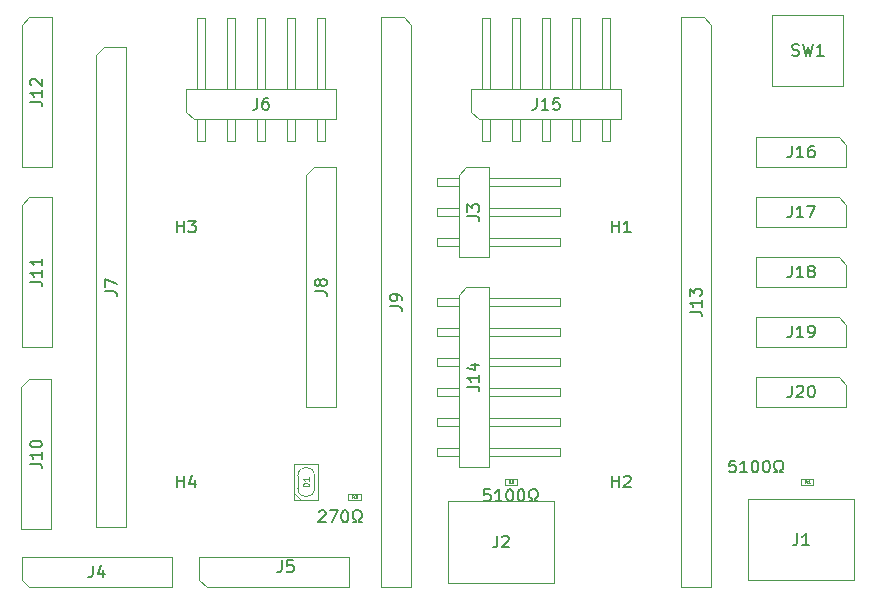
<source format=gbr>
%TF.GenerationSoftware,KiCad,Pcbnew,8.0.3*%
%TF.CreationDate,2024-07-03T13:18:24-05:00*%
%TF.ProjectId,lucidGloves,6c756369-6447-46c6-9f76-65732e6b6963,rev?*%
%TF.SameCoordinates,Original*%
%TF.FileFunction,AssemblyDrawing,Top*%
%FSLAX46Y46*%
G04 Gerber Fmt 4.6, Leading zero omitted, Abs format (unit mm)*
G04 Created by KiCad (PCBNEW 8.0.3) date 2024-07-03 13:18:24*
%MOMM*%
%LPD*%
G01*
G04 APERTURE LIST*
%ADD10C,0.150000*%
%ADD11C,0.040000*%
%ADD12C,0.100000*%
G04 APERTURE END LIST*
D10*
X169994104Y-93936309D02*
X170041723Y-93888690D01*
X170041723Y-93888690D02*
X170136961Y-93841071D01*
X170136961Y-93841071D02*
X170375056Y-93841071D01*
X170375056Y-93841071D02*
X170470294Y-93888690D01*
X170470294Y-93888690D02*
X170517913Y-93936309D01*
X170517913Y-93936309D02*
X170565532Y-94031547D01*
X170565532Y-94031547D02*
X170565532Y-94126785D01*
X170565532Y-94126785D02*
X170517913Y-94269642D01*
X170517913Y-94269642D02*
X169946485Y-94841071D01*
X169946485Y-94841071D02*
X170565532Y-94841071D01*
X170898866Y-93841071D02*
X171565532Y-93841071D01*
X171565532Y-93841071D02*
X171136961Y-94841071D01*
X172136961Y-93841071D02*
X172232199Y-93841071D01*
X172232199Y-93841071D02*
X172327437Y-93888690D01*
X172327437Y-93888690D02*
X172375056Y-93936309D01*
X172375056Y-93936309D02*
X172422675Y-94031547D01*
X172422675Y-94031547D02*
X172470294Y-94222023D01*
X172470294Y-94222023D02*
X172470294Y-94460118D01*
X172470294Y-94460118D02*
X172422675Y-94650594D01*
X172422675Y-94650594D02*
X172375056Y-94745832D01*
X172375056Y-94745832D02*
X172327437Y-94793452D01*
X172327437Y-94793452D02*
X172232199Y-94841071D01*
X172232199Y-94841071D02*
X172136961Y-94841071D01*
X172136961Y-94841071D02*
X172041723Y-94793452D01*
X172041723Y-94793452D02*
X171994104Y-94745832D01*
X171994104Y-94745832D02*
X171946485Y-94650594D01*
X171946485Y-94650594D02*
X171898866Y-94460118D01*
X171898866Y-94460118D02*
X171898866Y-94222023D01*
X171898866Y-94222023D02*
X171946485Y-94031547D01*
X171946485Y-94031547D02*
X171994104Y-93936309D01*
X171994104Y-93936309D02*
X172041723Y-93888690D01*
X172041723Y-93888690D02*
X172136961Y-93841071D01*
X172851247Y-94841071D02*
X173089342Y-94841071D01*
X173089342Y-94841071D02*
X173089342Y-94650594D01*
X173089342Y-94650594D02*
X172994104Y-94602975D01*
X172994104Y-94602975D02*
X172898866Y-94507737D01*
X172898866Y-94507737D02*
X172851247Y-94364880D01*
X172851247Y-94364880D02*
X172851247Y-94126785D01*
X172851247Y-94126785D02*
X172898866Y-93983928D01*
X172898866Y-93983928D02*
X172994104Y-93888690D01*
X172994104Y-93888690D02*
X173136961Y-93841071D01*
X173136961Y-93841071D02*
X173327437Y-93841071D01*
X173327437Y-93841071D02*
X173470294Y-93888690D01*
X173470294Y-93888690D02*
X173565532Y-93983928D01*
X173565532Y-93983928D02*
X173613151Y-94126785D01*
X173613151Y-94126785D02*
X173613151Y-94364880D01*
X173613151Y-94364880D02*
X173565532Y-94507737D01*
X173565532Y-94507737D02*
X173470294Y-94602975D01*
X173470294Y-94602975D02*
X173375056Y-94650594D01*
X173375056Y-94650594D02*
X173375056Y-94841071D01*
X173375056Y-94841071D02*
X173613151Y-94841071D01*
D11*
X172964667Y-92829037D02*
X172878000Y-92705228D01*
X172816095Y-92829037D02*
X172816095Y-92569037D01*
X172816095Y-92569037D02*
X172915143Y-92569037D01*
X172915143Y-92569037D02*
X172939905Y-92581418D01*
X172939905Y-92581418D02*
X172952286Y-92593799D01*
X172952286Y-92593799D02*
X172964667Y-92618561D01*
X172964667Y-92618561D02*
X172964667Y-92655704D01*
X172964667Y-92655704D02*
X172952286Y-92680466D01*
X172952286Y-92680466D02*
X172939905Y-92692847D01*
X172939905Y-92692847D02*
X172915143Y-92705228D01*
X172915143Y-92705228D02*
X172816095Y-92705228D01*
X173051333Y-92569037D02*
X173212286Y-92569037D01*
X173212286Y-92569037D02*
X173125619Y-92668085D01*
X173125619Y-92668085D02*
X173162762Y-92668085D01*
X173162762Y-92668085D02*
X173187524Y-92680466D01*
X173187524Y-92680466D02*
X173199905Y-92692847D01*
X173199905Y-92692847D02*
X173212286Y-92717609D01*
X173212286Y-92717609D02*
X173212286Y-92779514D01*
X173212286Y-92779514D02*
X173199905Y-92804276D01*
X173199905Y-92804276D02*
X173187524Y-92816657D01*
X173187524Y-92816657D02*
X173162762Y-92829037D01*
X173162762Y-92829037D02*
X173088476Y-92829037D01*
X173088476Y-92829037D02*
X173063714Y-92816657D01*
X173063714Y-92816657D02*
X173051333Y-92804276D01*
D10*
X184483095Y-92064819D02*
X184006905Y-92064819D01*
X184006905Y-92064819D02*
X183959286Y-92541009D01*
X183959286Y-92541009D02*
X184006905Y-92493390D01*
X184006905Y-92493390D02*
X184102143Y-92445771D01*
X184102143Y-92445771D02*
X184340238Y-92445771D01*
X184340238Y-92445771D02*
X184435476Y-92493390D01*
X184435476Y-92493390D02*
X184483095Y-92541009D01*
X184483095Y-92541009D02*
X184530714Y-92636247D01*
X184530714Y-92636247D02*
X184530714Y-92874342D01*
X184530714Y-92874342D02*
X184483095Y-92969580D01*
X184483095Y-92969580D02*
X184435476Y-93017200D01*
X184435476Y-93017200D02*
X184340238Y-93064819D01*
X184340238Y-93064819D02*
X184102143Y-93064819D01*
X184102143Y-93064819D02*
X184006905Y-93017200D01*
X184006905Y-93017200D02*
X183959286Y-92969580D01*
X185483095Y-93064819D02*
X184911667Y-93064819D01*
X185197381Y-93064819D02*
X185197381Y-92064819D01*
X185197381Y-92064819D02*
X185102143Y-92207676D01*
X185102143Y-92207676D02*
X185006905Y-92302914D01*
X185006905Y-92302914D02*
X184911667Y-92350533D01*
X186102143Y-92064819D02*
X186197381Y-92064819D01*
X186197381Y-92064819D02*
X186292619Y-92112438D01*
X186292619Y-92112438D02*
X186340238Y-92160057D01*
X186340238Y-92160057D02*
X186387857Y-92255295D01*
X186387857Y-92255295D02*
X186435476Y-92445771D01*
X186435476Y-92445771D02*
X186435476Y-92683866D01*
X186435476Y-92683866D02*
X186387857Y-92874342D01*
X186387857Y-92874342D02*
X186340238Y-92969580D01*
X186340238Y-92969580D02*
X186292619Y-93017200D01*
X186292619Y-93017200D02*
X186197381Y-93064819D01*
X186197381Y-93064819D02*
X186102143Y-93064819D01*
X186102143Y-93064819D02*
X186006905Y-93017200D01*
X186006905Y-93017200D02*
X185959286Y-92969580D01*
X185959286Y-92969580D02*
X185911667Y-92874342D01*
X185911667Y-92874342D02*
X185864048Y-92683866D01*
X185864048Y-92683866D02*
X185864048Y-92445771D01*
X185864048Y-92445771D02*
X185911667Y-92255295D01*
X185911667Y-92255295D02*
X185959286Y-92160057D01*
X185959286Y-92160057D02*
X186006905Y-92112438D01*
X186006905Y-92112438D02*
X186102143Y-92064819D01*
X187054524Y-92064819D02*
X187149762Y-92064819D01*
X187149762Y-92064819D02*
X187245000Y-92112438D01*
X187245000Y-92112438D02*
X187292619Y-92160057D01*
X187292619Y-92160057D02*
X187340238Y-92255295D01*
X187340238Y-92255295D02*
X187387857Y-92445771D01*
X187387857Y-92445771D02*
X187387857Y-92683866D01*
X187387857Y-92683866D02*
X187340238Y-92874342D01*
X187340238Y-92874342D02*
X187292619Y-92969580D01*
X187292619Y-92969580D02*
X187245000Y-93017200D01*
X187245000Y-93017200D02*
X187149762Y-93064819D01*
X187149762Y-93064819D02*
X187054524Y-93064819D01*
X187054524Y-93064819D02*
X186959286Y-93017200D01*
X186959286Y-93017200D02*
X186911667Y-92969580D01*
X186911667Y-92969580D02*
X186864048Y-92874342D01*
X186864048Y-92874342D02*
X186816429Y-92683866D01*
X186816429Y-92683866D02*
X186816429Y-92445771D01*
X186816429Y-92445771D02*
X186864048Y-92255295D01*
X186864048Y-92255295D02*
X186911667Y-92160057D01*
X186911667Y-92160057D02*
X186959286Y-92112438D01*
X186959286Y-92112438D02*
X187054524Y-92064819D01*
X187768810Y-93064819D02*
X188006905Y-93064819D01*
X188006905Y-93064819D02*
X188006905Y-92874342D01*
X188006905Y-92874342D02*
X187911667Y-92826723D01*
X187911667Y-92826723D02*
X187816429Y-92731485D01*
X187816429Y-92731485D02*
X187768810Y-92588628D01*
X187768810Y-92588628D02*
X187768810Y-92350533D01*
X187768810Y-92350533D02*
X187816429Y-92207676D01*
X187816429Y-92207676D02*
X187911667Y-92112438D01*
X187911667Y-92112438D02*
X188054524Y-92064819D01*
X188054524Y-92064819D02*
X188245000Y-92064819D01*
X188245000Y-92064819D02*
X188387857Y-92112438D01*
X188387857Y-92112438D02*
X188483095Y-92207676D01*
X188483095Y-92207676D02*
X188530714Y-92350533D01*
X188530714Y-92350533D02*
X188530714Y-92588628D01*
X188530714Y-92588628D02*
X188483095Y-92731485D01*
X188483095Y-92731485D02*
X188387857Y-92826723D01*
X188387857Y-92826723D02*
X188292619Y-92874342D01*
X188292619Y-92874342D02*
X188292619Y-93064819D01*
X188292619Y-93064819D02*
X188530714Y-93064819D01*
D11*
X186201667Y-91558200D02*
X186115000Y-91434391D01*
X186053095Y-91558200D02*
X186053095Y-91298200D01*
X186053095Y-91298200D02*
X186152143Y-91298200D01*
X186152143Y-91298200D02*
X186176905Y-91310581D01*
X186176905Y-91310581D02*
X186189286Y-91322962D01*
X186189286Y-91322962D02*
X186201667Y-91347724D01*
X186201667Y-91347724D02*
X186201667Y-91384867D01*
X186201667Y-91384867D02*
X186189286Y-91409629D01*
X186189286Y-91409629D02*
X186176905Y-91422010D01*
X186176905Y-91422010D02*
X186152143Y-91434391D01*
X186152143Y-91434391D02*
X186053095Y-91434391D01*
X186300714Y-91322962D02*
X186313095Y-91310581D01*
X186313095Y-91310581D02*
X186337857Y-91298200D01*
X186337857Y-91298200D02*
X186399762Y-91298200D01*
X186399762Y-91298200D02*
X186424524Y-91310581D01*
X186424524Y-91310581D02*
X186436905Y-91322962D01*
X186436905Y-91322962D02*
X186449286Y-91347724D01*
X186449286Y-91347724D02*
X186449286Y-91372486D01*
X186449286Y-91372486D02*
X186436905Y-91409629D01*
X186436905Y-91409629D02*
X186288333Y-91558200D01*
X186288333Y-91558200D02*
X186449286Y-91558200D01*
D10*
X205248095Y-89624819D02*
X204771905Y-89624819D01*
X204771905Y-89624819D02*
X204724286Y-90101009D01*
X204724286Y-90101009D02*
X204771905Y-90053390D01*
X204771905Y-90053390D02*
X204867143Y-90005771D01*
X204867143Y-90005771D02*
X205105238Y-90005771D01*
X205105238Y-90005771D02*
X205200476Y-90053390D01*
X205200476Y-90053390D02*
X205248095Y-90101009D01*
X205248095Y-90101009D02*
X205295714Y-90196247D01*
X205295714Y-90196247D02*
X205295714Y-90434342D01*
X205295714Y-90434342D02*
X205248095Y-90529580D01*
X205248095Y-90529580D02*
X205200476Y-90577200D01*
X205200476Y-90577200D02*
X205105238Y-90624819D01*
X205105238Y-90624819D02*
X204867143Y-90624819D01*
X204867143Y-90624819D02*
X204771905Y-90577200D01*
X204771905Y-90577200D02*
X204724286Y-90529580D01*
X206248095Y-90624819D02*
X205676667Y-90624819D01*
X205962381Y-90624819D02*
X205962381Y-89624819D01*
X205962381Y-89624819D02*
X205867143Y-89767676D01*
X205867143Y-89767676D02*
X205771905Y-89862914D01*
X205771905Y-89862914D02*
X205676667Y-89910533D01*
X206867143Y-89624819D02*
X206962381Y-89624819D01*
X206962381Y-89624819D02*
X207057619Y-89672438D01*
X207057619Y-89672438D02*
X207105238Y-89720057D01*
X207105238Y-89720057D02*
X207152857Y-89815295D01*
X207152857Y-89815295D02*
X207200476Y-90005771D01*
X207200476Y-90005771D02*
X207200476Y-90243866D01*
X207200476Y-90243866D02*
X207152857Y-90434342D01*
X207152857Y-90434342D02*
X207105238Y-90529580D01*
X207105238Y-90529580D02*
X207057619Y-90577200D01*
X207057619Y-90577200D02*
X206962381Y-90624819D01*
X206962381Y-90624819D02*
X206867143Y-90624819D01*
X206867143Y-90624819D02*
X206771905Y-90577200D01*
X206771905Y-90577200D02*
X206724286Y-90529580D01*
X206724286Y-90529580D02*
X206676667Y-90434342D01*
X206676667Y-90434342D02*
X206629048Y-90243866D01*
X206629048Y-90243866D02*
X206629048Y-90005771D01*
X206629048Y-90005771D02*
X206676667Y-89815295D01*
X206676667Y-89815295D02*
X206724286Y-89720057D01*
X206724286Y-89720057D02*
X206771905Y-89672438D01*
X206771905Y-89672438D02*
X206867143Y-89624819D01*
X207819524Y-89624819D02*
X207914762Y-89624819D01*
X207914762Y-89624819D02*
X208010000Y-89672438D01*
X208010000Y-89672438D02*
X208057619Y-89720057D01*
X208057619Y-89720057D02*
X208105238Y-89815295D01*
X208105238Y-89815295D02*
X208152857Y-90005771D01*
X208152857Y-90005771D02*
X208152857Y-90243866D01*
X208152857Y-90243866D02*
X208105238Y-90434342D01*
X208105238Y-90434342D02*
X208057619Y-90529580D01*
X208057619Y-90529580D02*
X208010000Y-90577200D01*
X208010000Y-90577200D02*
X207914762Y-90624819D01*
X207914762Y-90624819D02*
X207819524Y-90624819D01*
X207819524Y-90624819D02*
X207724286Y-90577200D01*
X207724286Y-90577200D02*
X207676667Y-90529580D01*
X207676667Y-90529580D02*
X207629048Y-90434342D01*
X207629048Y-90434342D02*
X207581429Y-90243866D01*
X207581429Y-90243866D02*
X207581429Y-90005771D01*
X207581429Y-90005771D02*
X207629048Y-89815295D01*
X207629048Y-89815295D02*
X207676667Y-89720057D01*
X207676667Y-89720057D02*
X207724286Y-89672438D01*
X207724286Y-89672438D02*
X207819524Y-89624819D01*
X208533810Y-90624819D02*
X208771905Y-90624819D01*
X208771905Y-90624819D02*
X208771905Y-90434342D01*
X208771905Y-90434342D02*
X208676667Y-90386723D01*
X208676667Y-90386723D02*
X208581429Y-90291485D01*
X208581429Y-90291485D02*
X208533810Y-90148628D01*
X208533810Y-90148628D02*
X208533810Y-89910533D01*
X208533810Y-89910533D02*
X208581429Y-89767676D01*
X208581429Y-89767676D02*
X208676667Y-89672438D01*
X208676667Y-89672438D02*
X208819524Y-89624819D01*
X208819524Y-89624819D02*
X209010000Y-89624819D01*
X209010000Y-89624819D02*
X209152857Y-89672438D01*
X209152857Y-89672438D02*
X209248095Y-89767676D01*
X209248095Y-89767676D02*
X209295714Y-89910533D01*
X209295714Y-89910533D02*
X209295714Y-90148628D01*
X209295714Y-90148628D02*
X209248095Y-90291485D01*
X209248095Y-90291485D02*
X209152857Y-90386723D01*
X209152857Y-90386723D02*
X209057619Y-90434342D01*
X209057619Y-90434342D02*
X209057619Y-90624819D01*
X209057619Y-90624819D02*
X209295714Y-90624819D01*
D11*
X211286667Y-91558200D02*
X211200000Y-91434391D01*
X211138095Y-91558200D02*
X211138095Y-91298200D01*
X211138095Y-91298200D02*
X211237143Y-91298200D01*
X211237143Y-91298200D02*
X211261905Y-91310581D01*
X211261905Y-91310581D02*
X211274286Y-91322962D01*
X211274286Y-91322962D02*
X211286667Y-91347724D01*
X211286667Y-91347724D02*
X211286667Y-91384867D01*
X211286667Y-91384867D02*
X211274286Y-91409629D01*
X211274286Y-91409629D02*
X211261905Y-91422010D01*
X211261905Y-91422010D02*
X211237143Y-91434391D01*
X211237143Y-91434391D02*
X211138095Y-91434391D01*
X211534286Y-91558200D02*
X211385714Y-91558200D01*
X211460000Y-91558200D02*
X211460000Y-91298200D01*
X211460000Y-91298200D02*
X211435238Y-91335343D01*
X211435238Y-91335343D02*
X211410476Y-91360105D01*
X211410476Y-91360105D02*
X211385714Y-91372486D01*
D12*
X169136109Y-91809047D02*
X168636109Y-91809047D01*
X168636109Y-91809047D02*
X168636109Y-91689999D01*
X168636109Y-91689999D02*
X168659919Y-91618571D01*
X168659919Y-91618571D02*
X168707538Y-91570952D01*
X168707538Y-91570952D02*
X168755157Y-91547142D01*
X168755157Y-91547142D02*
X168850395Y-91523333D01*
X168850395Y-91523333D02*
X168921823Y-91523333D01*
X168921823Y-91523333D02*
X169017061Y-91547142D01*
X169017061Y-91547142D02*
X169064680Y-91570952D01*
X169064680Y-91570952D02*
X169112300Y-91618571D01*
X169112300Y-91618571D02*
X169136109Y-91689999D01*
X169136109Y-91689999D02*
X169136109Y-91809047D01*
X169136109Y-91047142D02*
X169136109Y-91332856D01*
X169136109Y-91189999D02*
X168636109Y-91189999D01*
X168636109Y-91189999D02*
X168707538Y-91237618D01*
X168707538Y-91237618D02*
X168755157Y-91285237D01*
X168755157Y-91285237D02*
X168778966Y-91332856D01*
D10*
X157988095Y-70304819D02*
X157988095Y-69304819D01*
X157988095Y-69781009D02*
X158559523Y-69781009D01*
X158559523Y-70304819D02*
X158559523Y-69304819D01*
X158940476Y-69304819D02*
X159559523Y-69304819D01*
X159559523Y-69304819D02*
X159226190Y-69685771D01*
X159226190Y-69685771D02*
X159369047Y-69685771D01*
X159369047Y-69685771D02*
X159464285Y-69733390D01*
X159464285Y-69733390D02*
X159511904Y-69781009D01*
X159511904Y-69781009D02*
X159559523Y-69876247D01*
X159559523Y-69876247D02*
X159559523Y-70114342D01*
X159559523Y-70114342D02*
X159511904Y-70209580D01*
X159511904Y-70209580D02*
X159464285Y-70257200D01*
X159464285Y-70257200D02*
X159369047Y-70304819D01*
X159369047Y-70304819D02*
X159083333Y-70304819D01*
X159083333Y-70304819D02*
X158988095Y-70257200D01*
X158988095Y-70257200D02*
X158940476Y-70209580D01*
X145554819Y-59229523D02*
X146269104Y-59229523D01*
X146269104Y-59229523D02*
X146411961Y-59277142D01*
X146411961Y-59277142D02*
X146507200Y-59372380D01*
X146507200Y-59372380D02*
X146554819Y-59515237D01*
X146554819Y-59515237D02*
X146554819Y-59610475D01*
X146554819Y-58229523D02*
X146554819Y-58800951D01*
X146554819Y-58515237D02*
X145554819Y-58515237D01*
X145554819Y-58515237D02*
X145697676Y-58610475D01*
X145697676Y-58610475D02*
X145792914Y-58705713D01*
X145792914Y-58705713D02*
X145840533Y-58800951D01*
X145650057Y-57848570D02*
X145602438Y-57800951D01*
X145602438Y-57800951D02*
X145554819Y-57705713D01*
X145554819Y-57705713D02*
X145554819Y-57467618D01*
X145554819Y-57467618D02*
X145602438Y-57372380D01*
X145602438Y-57372380D02*
X145650057Y-57324761D01*
X145650057Y-57324761D02*
X145745295Y-57277142D01*
X145745295Y-57277142D02*
X145840533Y-57277142D01*
X145840533Y-57277142D02*
X145983390Y-57324761D01*
X145983390Y-57324761D02*
X146554819Y-57896189D01*
X146554819Y-57896189D02*
X146554819Y-57277142D01*
X176009819Y-76533333D02*
X176724104Y-76533333D01*
X176724104Y-76533333D02*
X176866961Y-76580952D01*
X176866961Y-76580952D02*
X176962200Y-76676190D01*
X176962200Y-76676190D02*
X177009819Y-76819047D01*
X177009819Y-76819047D02*
X177009819Y-76914285D01*
X177009819Y-76009523D02*
X177009819Y-75819047D01*
X177009819Y-75819047D02*
X176962200Y-75723809D01*
X176962200Y-75723809D02*
X176914580Y-75676190D01*
X176914580Y-75676190D02*
X176771723Y-75580952D01*
X176771723Y-75580952D02*
X176581247Y-75533333D01*
X176581247Y-75533333D02*
X176200295Y-75533333D01*
X176200295Y-75533333D02*
X176105057Y-75580952D01*
X176105057Y-75580952D02*
X176057438Y-75628571D01*
X176057438Y-75628571D02*
X176009819Y-75723809D01*
X176009819Y-75723809D02*
X176009819Y-75914285D01*
X176009819Y-75914285D02*
X176057438Y-76009523D01*
X176057438Y-76009523D02*
X176105057Y-76057142D01*
X176105057Y-76057142D02*
X176200295Y-76104761D01*
X176200295Y-76104761D02*
X176438390Y-76104761D01*
X176438390Y-76104761D02*
X176533628Y-76057142D01*
X176533628Y-76057142D02*
X176581247Y-76009523D01*
X176581247Y-76009523D02*
X176628866Y-75914285D01*
X176628866Y-75914285D02*
X176628866Y-75723809D01*
X176628866Y-75723809D02*
X176581247Y-75628571D01*
X176581247Y-75628571D02*
X176533628Y-75580952D01*
X176533628Y-75580952D02*
X176438390Y-75533333D01*
X210010476Y-62954819D02*
X210010476Y-63669104D01*
X210010476Y-63669104D02*
X209962857Y-63811961D01*
X209962857Y-63811961D02*
X209867619Y-63907200D01*
X209867619Y-63907200D02*
X209724762Y-63954819D01*
X209724762Y-63954819D02*
X209629524Y-63954819D01*
X211010476Y-63954819D02*
X210439048Y-63954819D01*
X210724762Y-63954819D02*
X210724762Y-62954819D01*
X210724762Y-62954819D02*
X210629524Y-63097676D01*
X210629524Y-63097676D02*
X210534286Y-63192914D01*
X210534286Y-63192914D02*
X210439048Y-63240533D01*
X211867619Y-62954819D02*
X211677143Y-62954819D01*
X211677143Y-62954819D02*
X211581905Y-63002438D01*
X211581905Y-63002438D02*
X211534286Y-63050057D01*
X211534286Y-63050057D02*
X211439048Y-63192914D01*
X211439048Y-63192914D02*
X211391429Y-63383390D01*
X211391429Y-63383390D02*
X211391429Y-63764342D01*
X211391429Y-63764342D02*
X211439048Y-63859580D01*
X211439048Y-63859580D02*
X211486667Y-63907200D01*
X211486667Y-63907200D02*
X211581905Y-63954819D01*
X211581905Y-63954819D02*
X211772381Y-63954819D01*
X211772381Y-63954819D02*
X211867619Y-63907200D01*
X211867619Y-63907200D02*
X211915238Y-63859580D01*
X211915238Y-63859580D02*
X211962857Y-63764342D01*
X211962857Y-63764342D02*
X211962857Y-63526247D01*
X211962857Y-63526247D02*
X211915238Y-63431009D01*
X211915238Y-63431009D02*
X211867619Y-63383390D01*
X211867619Y-63383390D02*
X211772381Y-63335771D01*
X211772381Y-63335771D02*
X211581905Y-63335771D01*
X211581905Y-63335771D02*
X211486667Y-63383390D01*
X211486667Y-63383390D02*
X211439048Y-63431009D01*
X211439048Y-63431009D02*
X211391429Y-63526247D01*
X145554819Y-74469523D02*
X146269104Y-74469523D01*
X146269104Y-74469523D02*
X146411961Y-74517142D01*
X146411961Y-74517142D02*
X146507200Y-74612380D01*
X146507200Y-74612380D02*
X146554819Y-74755237D01*
X146554819Y-74755237D02*
X146554819Y-74850475D01*
X146554819Y-73469523D02*
X146554819Y-74040951D01*
X146554819Y-73755237D02*
X145554819Y-73755237D01*
X145554819Y-73755237D02*
X145697676Y-73850475D01*
X145697676Y-73850475D02*
X145792914Y-73945713D01*
X145792914Y-73945713D02*
X145840533Y-74040951D01*
X146554819Y-72517142D02*
X146554819Y-73088570D01*
X146554819Y-72802856D02*
X145554819Y-72802856D01*
X145554819Y-72802856D02*
X145697676Y-72898094D01*
X145697676Y-72898094D02*
X145792914Y-72993332D01*
X145792914Y-72993332D02*
X145840533Y-73088570D01*
X166846666Y-98074819D02*
X166846666Y-98789104D01*
X166846666Y-98789104D02*
X166799047Y-98931961D01*
X166799047Y-98931961D02*
X166703809Y-99027200D01*
X166703809Y-99027200D02*
X166560952Y-99074819D01*
X166560952Y-99074819D02*
X166465714Y-99074819D01*
X167799047Y-98074819D02*
X167322857Y-98074819D01*
X167322857Y-98074819D02*
X167275238Y-98551009D01*
X167275238Y-98551009D02*
X167322857Y-98503390D01*
X167322857Y-98503390D02*
X167418095Y-98455771D01*
X167418095Y-98455771D02*
X167656190Y-98455771D01*
X167656190Y-98455771D02*
X167751428Y-98503390D01*
X167751428Y-98503390D02*
X167799047Y-98551009D01*
X167799047Y-98551009D02*
X167846666Y-98646247D01*
X167846666Y-98646247D02*
X167846666Y-98884342D01*
X167846666Y-98884342D02*
X167799047Y-98979580D01*
X167799047Y-98979580D02*
X167751428Y-99027200D01*
X167751428Y-99027200D02*
X167656190Y-99074819D01*
X167656190Y-99074819D02*
X167418095Y-99074819D01*
X167418095Y-99074819D02*
X167322857Y-99027200D01*
X167322857Y-99027200D02*
X167275238Y-98979580D01*
X188425476Y-58914819D02*
X188425476Y-59629104D01*
X188425476Y-59629104D02*
X188377857Y-59771961D01*
X188377857Y-59771961D02*
X188282619Y-59867200D01*
X188282619Y-59867200D02*
X188139762Y-59914819D01*
X188139762Y-59914819D02*
X188044524Y-59914819D01*
X189425476Y-59914819D02*
X188854048Y-59914819D01*
X189139762Y-59914819D02*
X189139762Y-58914819D01*
X189139762Y-58914819D02*
X189044524Y-59057676D01*
X189044524Y-59057676D02*
X188949286Y-59152914D01*
X188949286Y-59152914D02*
X188854048Y-59200533D01*
X190330238Y-58914819D02*
X189854048Y-58914819D01*
X189854048Y-58914819D02*
X189806429Y-59391009D01*
X189806429Y-59391009D02*
X189854048Y-59343390D01*
X189854048Y-59343390D02*
X189949286Y-59295771D01*
X189949286Y-59295771D02*
X190187381Y-59295771D01*
X190187381Y-59295771D02*
X190282619Y-59343390D01*
X190282619Y-59343390D02*
X190330238Y-59391009D01*
X190330238Y-59391009D02*
X190377857Y-59486247D01*
X190377857Y-59486247D02*
X190377857Y-59724342D01*
X190377857Y-59724342D02*
X190330238Y-59819580D01*
X190330238Y-59819580D02*
X190282619Y-59867200D01*
X190282619Y-59867200D02*
X190187381Y-59914819D01*
X190187381Y-59914819D02*
X189949286Y-59914819D01*
X189949286Y-59914819D02*
X189854048Y-59867200D01*
X189854048Y-59867200D02*
X189806429Y-59819580D01*
X210489879Y-95774967D02*
X210489879Y-96489252D01*
X210489879Y-96489252D02*
X210442260Y-96632109D01*
X210442260Y-96632109D02*
X210347022Y-96727348D01*
X210347022Y-96727348D02*
X210204165Y-96774967D01*
X210204165Y-96774967D02*
X210108927Y-96774967D01*
X211489879Y-96774967D02*
X210918451Y-96774967D01*
X211204165Y-96774967D02*
X211204165Y-95774967D01*
X211204165Y-95774967D02*
X211108927Y-95917824D01*
X211108927Y-95917824D02*
X211013689Y-96013062D01*
X211013689Y-96013062D02*
X210918451Y-96060681D01*
X145529819Y-89889523D02*
X146244104Y-89889523D01*
X146244104Y-89889523D02*
X146386961Y-89937142D01*
X146386961Y-89937142D02*
X146482200Y-90032380D01*
X146482200Y-90032380D02*
X146529819Y-90175237D01*
X146529819Y-90175237D02*
X146529819Y-90270475D01*
X146529819Y-88889523D02*
X146529819Y-89460951D01*
X146529819Y-89175237D02*
X145529819Y-89175237D01*
X145529819Y-89175237D02*
X145672676Y-89270475D01*
X145672676Y-89270475D02*
X145767914Y-89365713D01*
X145767914Y-89365713D02*
X145815533Y-89460951D01*
X145529819Y-88270475D02*
X145529819Y-88175237D01*
X145529819Y-88175237D02*
X145577438Y-88079999D01*
X145577438Y-88079999D02*
X145625057Y-88032380D01*
X145625057Y-88032380D02*
X145720295Y-87984761D01*
X145720295Y-87984761D02*
X145910771Y-87937142D01*
X145910771Y-87937142D02*
X146148866Y-87937142D01*
X146148866Y-87937142D02*
X146339342Y-87984761D01*
X146339342Y-87984761D02*
X146434580Y-88032380D01*
X146434580Y-88032380D02*
X146482200Y-88079999D01*
X146482200Y-88079999D02*
X146529819Y-88175237D01*
X146529819Y-88175237D02*
X146529819Y-88270475D01*
X146529819Y-88270475D02*
X146482200Y-88365713D01*
X146482200Y-88365713D02*
X146434580Y-88413332D01*
X146434580Y-88413332D02*
X146339342Y-88460951D01*
X146339342Y-88460951D02*
X146148866Y-88508570D01*
X146148866Y-88508570D02*
X145910771Y-88508570D01*
X145910771Y-88508570D02*
X145720295Y-88460951D01*
X145720295Y-88460951D02*
X145625057Y-88413332D01*
X145625057Y-88413332D02*
X145577438Y-88365713D01*
X145577438Y-88365713D02*
X145529819Y-88270475D01*
X150841666Y-98514819D02*
X150841666Y-99229104D01*
X150841666Y-99229104D02*
X150794047Y-99371961D01*
X150794047Y-99371961D02*
X150698809Y-99467200D01*
X150698809Y-99467200D02*
X150555952Y-99514819D01*
X150555952Y-99514819D02*
X150460714Y-99514819D01*
X151746428Y-98848152D02*
X151746428Y-99514819D01*
X151508333Y-98467200D02*
X151270238Y-99181485D01*
X151270238Y-99181485D02*
X151889285Y-99181485D01*
X210010476Y-73114819D02*
X210010476Y-73829104D01*
X210010476Y-73829104D02*
X209962857Y-73971961D01*
X209962857Y-73971961D02*
X209867619Y-74067200D01*
X209867619Y-74067200D02*
X209724762Y-74114819D01*
X209724762Y-74114819D02*
X209629524Y-74114819D01*
X211010476Y-74114819D02*
X210439048Y-74114819D01*
X210724762Y-74114819D02*
X210724762Y-73114819D01*
X210724762Y-73114819D02*
X210629524Y-73257676D01*
X210629524Y-73257676D02*
X210534286Y-73352914D01*
X210534286Y-73352914D02*
X210439048Y-73400533D01*
X211581905Y-73543390D02*
X211486667Y-73495771D01*
X211486667Y-73495771D02*
X211439048Y-73448152D01*
X211439048Y-73448152D02*
X211391429Y-73352914D01*
X211391429Y-73352914D02*
X211391429Y-73305295D01*
X211391429Y-73305295D02*
X211439048Y-73210057D01*
X211439048Y-73210057D02*
X211486667Y-73162438D01*
X211486667Y-73162438D02*
X211581905Y-73114819D01*
X211581905Y-73114819D02*
X211772381Y-73114819D01*
X211772381Y-73114819D02*
X211867619Y-73162438D01*
X211867619Y-73162438D02*
X211915238Y-73210057D01*
X211915238Y-73210057D02*
X211962857Y-73305295D01*
X211962857Y-73305295D02*
X211962857Y-73352914D01*
X211962857Y-73352914D02*
X211915238Y-73448152D01*
X211915238Y-73448152D02*
X211867619Y-73495771D01*
X211867619Y-73495771D02*
X211772381Y-73543390D01*
X211772381Y-73543390D02*
X211581905Y-73543390D01*
X211581905Y-73543390D02*
X211486667Y-73591009D01*
X211486667Y-73591009D02*
X211439048Y-73638628D01*
X211439048Y-73638628D02*
X211391429Y-73733866D01*
X211391429Y-73733866D02*
X211391429Y-73924342D01*
X211391429Y-73924342D02*
X211439048Y-74019580D01*
X211439048Y-74019580D02*
X211486667Y-74067200D01*
X211486667Y-74067200D02*
X211581905Y-74114819D01*
X211581905Y-74114819D02*
X211772381Y-74114819D01*
X211772381Y-74114819D02*
X211867619Y-74067200D01*
X211867619Y-74067200D02*
X211915238Y-74019580D01*
X211915238Y-74019580D02*
X211962857Y-73924342D01*
X211962857Y-73924342D02*
X211962857Y-73733866D01*
X211962857Y-73733866D02*
X211915238Y-73638628D01*
X211915238Y-73638628D02*
X211867619Y-73591009D01*
X211867619Y-73591009D02*
X211772381Y-73543390D01*
X194818095Y-70304819D02*
X194818095Y-69304819D01*
X194818095Y-69781009D02*
X195389523Y-69781009D01*
X195389523Y-70304819D02*
X195389523Y-69304819D01*
X196389523Y-70304819D02*
X195818095Y-70304819D01*
X196103809Y-70304819D02*
X196103809Y-69304819D01*
X196103809Y-69304819D02*
X196008571Y-69447676D01*
X196008571Y-69447676D02*
X195913333Y-69542914D01*
X195913333Y-69542914D02*
X195818095Y-69590533D01*
X157988095Y-91894819D02*
X157988095Y-90894819D01*
X157988095Y-91371009D02*
X158559523Y-91371009D01*
X158559523Y-91894819D02*
X158559523Y-90894819D01*
X159464285Y-91228152D02*
X159464285Y-91894819D01*
X159226190Y-90847200D02*
X158988095Y-91561485D01*
X158988095Y-91561485D02*
X159607142Y-91561485D01*
X201384819Y-77009523D02*
X202099104Y-77009523D01*
X202099104Y-77009523D02*
X202241961Y-77057142D01*
X202241961Y-77057142D02*
X202337200Y-77152380D01*
X202337200Y-77152380D02*
X202384819Y-77295237D01*
X202384819Y-77295237D02*
X202384819Y-77390475D01*
X202384819Y-76009523D02*
X202384819Y-76580951D01*
X202384819Y-76295237D02*
X201384819Y-76295237D01*
X201384819Y-76295237D02*
X201527676Y-76390475D01*
X201527676Y-76390475D02*
X201622914Y-76485713D01*
X201622914Y-76485713D02*
X201670533Y-76580951D01*
X201384819Y-75676189D02*
X201384819Y-75057142D01*
X201384819Y-75057142D02*
X201765771Y-75390475D01*
X201765771Y-75390475D02*
X201765771Y-75247618D01*
X201765771Y-75247618D02*
X201813390Y-75152380D01*
X201813390Y-75152380D02*
X201861009Y-75104761D01*
X201861009Y-75104761D02*
X201956247Y-75057142D01*
X201956247Y-75057142D02*
X202194342Y-75057142D01*
X202194342Y-75057142D02*
X202289580Y-75104761D01*
X202289580Y-75104761D02*
X202337200Y-75152380D01*
X202337200Y-75152380D02*
X202384819Y-75247618D01*
X202384819Y-75247618D02*
X202384819Y-75533332D01*
X202384819Y-75533332D02*
X202337200Y-75628570D01*
X202337200Y-75628570D02*
X202289580Y-75676189D01*
X210010476Y-83274819D02*
X210010476Y-83989104D01*
X210010476Y-83989104D02*
X209962857Y-84131961D01*
X209962857Y-84131961D02*
X209867619Y-84227200D01*
X209867619Y-84227200D02*
X209724762Y-84274819D01*
X209724762Y-84274819D02*
X209629524Y-84274819D01*
X210439048Y-83370057D02*
X210486667Y-83322438D01*
X210486667Y-83322438D02*
X210581905Y-83274819D01*
X210581905Y-83274819D02*
X210820000Y-83274819D01*
X210820000Y-83274819D02*
X210915238Y-83322438D01*
X210915238Y-83322438D02*
X210962857Y-83370057D01*
X210962857Y-83370057D02*
X211010476Y-83465295D01*
X211010476Y-83465295D02*
X211010476Y-83560533D01*
X211010476Y-83560533D02*
X210962857Y-83703390D01*
X210962857Y-83703390D02*
X210391429Y-84274819D01*
X210391429Y-84274819D02*
X211010476Y-84274819D01*
X211629524Y-83274819D02*
X211724762Y-83274819D01*
X211724762Y-83274819D02*
X211820000Y-83322438D01*
X211820000Y-83322438D02*
X211867619Y-83370057D01*
X211867619Y-83370057D02*
X211915238Y-83465295D01*
X211915238Y-83465295D02*
X211962857Y-83655771D01*
X211962857Y-83655771D02*
X211962857Y-83893866D01*
X211962857Y-83893866D02*
X211915238Y-84084342D01*
X211915238Y-84084342D02*
X211867619Y-84179580D01*
X211867619Y-84179580D02*
X211820000Y-84227200D01*
X211820000Y-84227200D02*
X211724762Y-84274819D01*
X211724762Y-84274819D02*
X211629524Y-84274819D01*
X211629524Y-84274819D02*
X211534286Y-84227200D01*
X211534286Y-84227200D02*
X211486667Y-84179580D01*
X211486667Y-84179580D02*
X211439048Y-84084342D01*
X211439048Y-84084342D02*
X211391429Y-83893866D01*
X211391429Y-83893866D02*
X211391429Y-83655771D01*
X211391429Y-83655771D02*
X211439048Y-83465295D01*
X211439048Y-83465295D02*
X211486667Y-83370057D01*
X211486667Y-83370057D02*
X211534286Y-83322438D01*
X211534286Y-83322438D02*
X211629524Y-83274819D01*
X194818095Y-91894819D02*
X194818095Y-90894819D01*
X194818095Y-91371009D02*
X195389523Y-91371009D01*
X195389523Y-91894819D02*
X195389523Y-90894819D01*
X195818095Y-90990057D02*
X195865714Y-90942438D01*
X195865714Y-90942438D02*
X195960952Y-90894819D01*
X195960952Y-90894819D02*
X196199047Y-90894819D01*
X196199047Y-90894819D02*
X196294285Y-90942438D01*
X196294285Y-90942438D02*
X196341904Y-90990057D01*
X196341904Y-90990057D02*
X196389523Y-91085295D01*
X196389523Y-91085295D02*
X196389523Y-91180533D01*
X196389523Y-91180533D02*
X196341904Y-91323390D01*
X196341904Y-91323390D02*
X195770476Y-91894819D01*
X195770476Y-91894819D02*
X196389523Y-91894819D01*
X164766666Y-58914819D02*
X164766666Y-59629104D01*
X164766666Y-59629104D02*
X164719047Y-59771961D01*
X164719047Y-59771961D02*
X164623809Y-59867200D01*
X164623809Y-59867200D02*
X164480952Y-59914819D01*
X164480952Y-59914819D02*
X164385714Y-59914819D01*
X165671428Y-58914819D02*
X165480952Y-58914819D01*
X165480952Y-58914819D02*
X165385714Y-58962438D01*
X165385714Y-58962438D02*
X165338095Y-59010057D01*
X165338095Y-59010057D02*
X165242857Y-59152914D01*
X165242857Y-59152914D02*
X165195238Y-59343390D01*
X165195238Y-59343390D02*
X165195238Y-59724342D01*
X165195238Y-59724342D02*
X165242857Y-59819580D01*
X165242857Y-59819580D02*
X165290476Y-59867200D01*
X165290476Y-59867200D02*
X165385714Y-59914819D01*
X165385714Y-59914819D02*
X165576190Y-59914819D01*
X165576190Y-59914819D02*
X165671428Y-59867200D01*
X165671428Y-59867200D02*
X165719047Y-59819580D01*
X165719047Y-59819580D02*
X165766666Y-59724342D01*
X165766666Y-59724342D02*
X165766666Y-59486247D01*
X165766666Y-59486247D02*
X165719047Y-59391009D01*
X165719047Y-59391009D02*
X165671428Y-59343390D01*
X165671428Y-59343390D02*
X165576190Y-59295771D01*
X165576190Y-59295771D02*
X165385714Y-59295771D01*
X165385714Y-59295771D02*
X165290476Y-59343390D01*
X165290476Y-59343390D02*
X165242857Y-59391009D01*
X165242857Y-59391009D02*
X165195238Y-59486247D01*
X210010476Y-78194819D02*
X210010476Y-78909104D01*
X210010476Y-78909104D02*
X209962857Y-79051961D01*
X209962857Y-79051961D02*
X209867619Y-79147200D01*
X209867619Y-79147200D02*
X209724762Y-79194819D01*
X209724762Y-79194819D02*
X209629524Y-79194819D01*
X211010476Y-79194819D02*
X210439048Y-79194819D01*
X210724762Y-79194819D02*
X210724762Y-78194819D01*
X210724762Y-78194819D02*
X210629524Y-78337676D01*
X210629524Y-78337676D02*
X210534286Y-78432914D01*
X210534286Y-78432914D02*
X210439048Y-78480533D01*
X211486667Y-79194819D02*
X211677143Y-79194819D01*
X211677143Y-79194819D02*
X211772381Y-79147200D01*
X211772381Y-79147200D02*
X211820000Y-79099580D01*
X211820000Y-79099580D02*
X211915238Y-78956723D01*
X211915238Y-78956723D02*
X211962857Y-78766247D01*
X211962857Y-78766247D02*
X211962857Y-78385295D01*
X211962857Y-78385295D02*
X211915238Y-78290057D01*
X211915238Y-78290057D02*
X211867619Y-78242438D01*
X211867619Y-78242438D02*
X211772381Y-78194819D01*
X211772381Y-78194819D02*
X211581905Y-78194819D01*
X211581905Y-78194819D02*
X211486667Y-78242438D01*
X211486667Y-78242438D02*
X211439048Y-78290057D01*
X211439048Y-78290057D02*
X211391429Y-78385295D01*
X211391429Y-78385295D02*
X211391429Y-78623390D01*
X211391429Y-78623390D02*
X211439048Y-78718628D01*
X211439048Y-78718628D02*
X211486667Y-78766247D01*
X211486667Y-78766247D02*
X211581905Y-78813866D01*
X211581905Y-78813866D02*
X211772381Y-78813866D01*
X211772381Y-78813866D02*
X211867619Y-78766247D01*
X211867619Y-78766247D02*
X211915238Y-78718628D01*
X211915238Y-78718628D02*
X211962857Y-78623390D01*
X151854819Y-75263333D02*
X152569104Y-75263333D01*
X152569104Y-75263333D02*
X152711961Y-75310952D01*
X152711961Y-75310952D02*
X152807200Y-75406190D01*
X152807200Y-75406190D02*
X152854819Y-75549047D01*
X152854819Y-75549047D02*
X152854819Y-75644285D01*
X151854819Y-74882380D02*
X151854819Y-74215714D01*
X151854819Y-74215714D02*
X152854819Y-74644285D01*
X210046667Y-55307200D02*
X210189524Y-55354819D01*
X210189524Y-55354819D02*
X210427619Y-55354819D01*
X210427619Y-55354819D02*
X210522857Y-55307200D01*
X210522857Y-55307200D02*
X210570476Y-55259580D01*
X210570476Y-55259580D02*
X210618095Y-55164342D01*
X210618095Y-55164342D02*
X210618095Y-55069104D01*
X210618095Y-55069104D02*
X210570476Y-54973866D01*
X210570476Y-54973866D02*
X210522857Y-54926247D01*
X210522857Y-54926247D02*
X210427619Y-54878628D01*
X210427619Y-54878628D02*
X210237143Y-54831009D01*
X210237143Y-54831009D02*
X210141905Y-54783390D01*
X210141905Y-54783390D02*
X210094286Y-54735771D01*
X210094286Y-54735771D02*
X210046667Y-54640533D01*
X210046667Y-54640533D02*
X210046667Y-54545295D01*
X210046667Y-54545295D02*
X210094286Y-54450057D01*
X210094286Y-54450057D02*
X210141905Y-54402438D01*
X210141905Y-54402438D02*
X210237143Y-54354819D01*
X210237143Y-54354819D02*
X210475238Y-54354819D01*
X210475238Y-54354819D02*
X210618095Y-54402438D01*
X210951429Y-54354819D02*
X211189524Y-55354819D01*
X211189524Y-55354819D02*
X211380000Y-54640533D01*
X211380000Y-54640533D02*
X211570476Y-55354819D01*
X211570476Y-55354819D02*
X211808572Y-54354819D01*
X212713333Y-55354819D02*
X212141905Y-55354819D01*
X212427619Y-55354819D02*
X212427619Y-54354819D01*
X212427619Y-54354819D02*
X212332381Y-54497676D01*
X212332381Y-54497676D02*
X212237143Y-54592914D01*
X212237143Y-54592914D02*
X212141905Y-54640533D01*
X182564819Y-68913333D02*
X183279104Y-68913333D01*
X183279104Y-68913333D02*
X183421961Y-68960952D01*
X183421961Y-68960952D02*
X183517200Y-69056190D01*
X183517200Y-69056190D02*
X183564819Y-69199047D01*
X183564819Y-69199047D02*
X183564819Y-69294285D01*
X182564819Y-68532380D02*
X182564819Y-67913333D01*
X182564819Y-67913333D02*
X182945771Y-68246666D01*
X182945771Y-68246666D02*
X182945771Y-68103809D01*
X182945771Y-68103809D02*
X182993390Y-68008571D01*
X182993390Y-68008571D02*
X183041009Y-67960952D01*
X183041009Y-67960952D02*
X183136247Y-67913333D01*
X183136247Y-67913333D02*
X183374342Y-67913333D01*
X183374342Y-67913333D02*
X183469580Y-67960952D01*
X183469580Y-67960952D02*
X183517200Y-68008571D01*
X183517200Y-68008571D02*
X183564819Y-68103809D01*
X183564819Y-68103809D02*
X183564819Y-68389523D01*
X183564819Y-68389523D02*
X183517200Y-68484761D01*
X183517200Y-68484761D02*
X183469580Y-68532380D01*
X169634819Y-75263333D02*
X170349104Y-75263333D01*
X170349104Y-75263333D02*
X170491961Y-75310952D01*
X170491961Y-75310952D02*
X170587200Y-75406190D01*
X170587200Y-75406190D02*
X170634819Y-75549047D01*
X170634819Y-75549047D02*
X170634819Y-75644285D01*
X170063390Y-74644285D02*
X170015771Y-74739523D01*
X170015771Y-74739523D02*
X169968152Y-74787142D01*
X169968152Y-74787142D02*
X169872914Y-74834761D01*
X169872914Y-74834761D02*
X169825295Y-74834761D01*
X169825295Y-74834761D02*
X169730057Y-74787142D01*
X169730057Y-74787142D02*
X169682438Y-74739523D01*
X169682438Y-74739523D02*
X169634819Y-74644285D01*
X169634819Y-74644285D02*
X169634819Y-74453809D01*
X169634819Y-74453809D02*
X169682438Y-74358571D01*
X169682438Y-74358571D02*
X169730057Y-74310952D01*
X169730057Y-74310952D02*
X169825295Y-74263333D01*
X169825295Y-74263333D02*
X169872914Y-74263333D01*
X169872914Y-74263333D02*
X169968152Y-74310952D01*
X169968152Y-74310952D02*
X170015771Y-74358571D01*
X170015771Y-74358571D02*
X170063390Y-74453809D01*
X170063390Y-74453809D02*
X170063390Y-74644285D01*
X170063390Y-74644285D02*
X170111009Y-74739523D01*
X170111009Y-74739523D02*
X170158628Y-74787142D01*
X170158628Y-74787142D02*
X170253866Y-74834761D01*
X170253866Y-74834761D02*
X170444342Y-74834761D01*
X170444342Y-74834761D02*
X170539580Y-74787142D01*
X170539580Y-74787142D02*
X170587200Y-74739523D01*
X170587200Y-74739523D02*
X170634819Y-74644285D01*
X170634819Y-74644285D02*
X170634819Y-74453809D01*
X170634819Y-74453809D02*
X170587200Y-74358571D01*
X170587200Y-74358571D02*
X170539580Y-74310952D01*
X170539580Y-74310952D02*
X170444342Y-74263333D01*
X170444342Y-74263333D02*
X170253866Y-74263333D01*
X170253866Y-74263333D02*
X170158628Y-74310952D01*
X170158628Y-74310952D02*
X170111009Y-74358571D01*
X170111009Y-74358571D02*
X170063390Y-74453809D01*
X182564819Y-83359523D02*
X183279104Y-83359523D01*
X183279104Y-83359523D02*
X183421961Y-83407142D01*
X183421961Y-83407142D02*
X183517200Y-83502380D01*
X183517200Y-83502380D02*
X183564819Y-83645237D01*
X183564819Y-83645237D02*
X183564819Y-83740475D01*
X183564819Y-82359523D02*
X183564819Y-82930951D01*
X183564819Y-82645237D02*
X182564819Y-82645237D01*
X182564819Y-82645237D02*
X182707676Y-82740475D01*
X182707676Y-82740475D02*
X182802914Y-82835713D01*
X182802914Y-82835713D02*
X182850533Y-82930951D01*
X182898152Y-81502380D02*
X183564819Y-81502380D01*
X182517200Y-81740475D02*
X183231485Y-81978570D01*
X183231485Y-81978570D02*
X183231485Y-81359523D01*
X185086666Y-95974819D02*
X185086666Y-96689104D01*
X185086666Y-96689104D02*
X185039047Y-96831961D01*
X185039047Y-96831961D02*
X184943809Y-96927200D01*
X184943809Y-96927200D02*
X184800952Y-96974819D01*
X184800952Y-96974819D02*
X184705714Y-96974819D01*
X185515238Y-96070057D02*
X185562857Y-96022438D01*
X185562857Y-96022438D02*
X185658095Y-95974819D01*
X185658095Y-95974819D02*
X185896190Y-95974819D01*
X185896190Y-95974819D02*
X185991428Y-96022438D01*
X185991428Y-96022438D02*
X186039047Y-96070057D01*
X186039047Y-96070057D02*
X186086666Y-96165295D01*
X186086666Y-96165295D02*
X186086666Y-96260533D01*
X186086666Y-96260533D02*
X186039047Y-96403390D01*
X186039047Y-96403390D02*
X185467619Y-96974819D01*
X185467619Y-96974819D02*
X186086666Y-96974819D01*
X210010476Y-68034819D02*
X210010476Y-68749104D01*
X210010476Y-68749104D02*
X209962857Y-68891961D01*
X209962857Y-68891961D02*
X209867619Y-68987200D01*
X209867619Y-68987200D02*
X209724762Y-69034819D01*
X209724762Y-69034819D02*
X209629524Y-69034819D01*
X211010476Y-69034819D02*
X210439048Y-69034819D01*
X210724762Y-69034819D02*
X210724762Y-68034819D01*
X210724762Y-68034819D02*
X210629524Y-68177676D01*
X210629524Y-68177676D02*
X210534286Y-68272914D01*
X210534286Y-68272914D02*
X210439048Y-68320533D01*
X211343810Y-68034819D02*
X212010476Y-68034819D01*
X212010476Y-68034819D02*
X211581905Y-69034819D01*
D12*
%TO.C,R3*%
X172483000Y-92440837D02*
X173533000Y-92440837D01*
X172483000Y-92980837D02*
X172483000Y-92440837D01*
X173533000Y-92440837D02*
X173533000Y-92980837D01*
X173533000Y-92980837D02*
X172483000Y-92980837D01*
%TO.C,R2*%
X185720000Y-91170000D02*
X186770000Y-91170000D01*
X185720000Y-91710000D02*
X185720000Y-91170000D01*
X186770000Y-91170000D02*
X186770000Y-91710000D01*
X186770000Y-91710000D02*
X185720000Y-91710000D01*
%TO.C,R1*%
X210805000Y-91170000D02*
X211855000Y-91170000D01*
X210805000Y-91710000D02*
X210805000Y-91170000D01*
X211855000Y-91170000D02*
X211855000Y-91710000D01*
X211855000Y-91710000D02*
X210805000Y-91710000D01*
%TO.C,D1*%
X167910000Y-92940000D02*
X169910000Y-92940000D01*
X168510000Y-92940000D02*
X167910000Y-92340000D01*
X169910000Y-92940000D02*
X169910000Y-89940000D01*
X168210000Y-91990000D02*
X168210000Y-90890000D01*
X169610000Y-91990000D02*
X169610000Y-90890000D01*
X167910000Y-89940000D02*
X167910000Y-92940000D01*
X169910000Y-89940000D02*
X167910000Y-89940000D01*
X169610000Y-91990000D02*
G75*
G02*
X168210000Y-91990000I-700000J0D01*
G01*
X168210000Y-90890000D02*
G75*
G02*
X169610000Y-90890000I700000J0D01*
G01*
%TO.C,J12*%
X144830000Y-52705000D02*
X145465000Y-52070000D01*
X144830000Y-64770000D02*
X144830000Y-52705000D01*
X145465000Y-52070000D02*
X147370000Y-52070000D01*
X147370000Y-52070000D02*
X147370000Y-64770000D01*
X147370000Y-64770000D02*
X144830000Y-64770000D01*
%TO.C,J9*%
X175285000Y-52070000D02*
X177190000Y-52070000D01*
X175285000Y-100330000D02*
X175285000Y-52070000D01*
X177190000Y-52070000D02*
X177825000Y-52705000D01*
X177825000Y-52705000D02*
X177825000Y-100330000D01*
X177825000Y-100330000D02*
X175285000Y-100330000D01*
%TO.C,J16*%
X207010000Y-62230000D02*
X213995000Y-62230000D01*
X207010000Y-64770000D02*
X207010000Y-62230000D01*
X213995000Y-62230000D02*
X214630000Y-62865000D01*
X214630000Y-62865000D02*
X214630000Y-64770000D01*
X214630000Y-64770000D02*
X207010000Y-64770000D01*
%TO.C,J11*%
X144830000Y-67945000D02*
X145465000Y-67310000D01*
X144830000Y-80010000D02*
X144830000Y-67945000D01*
X145465000Y-67310000D02*
X147370000Y-67310000D01*
X147370000Y-67310000D02*
X147370000Y-80010000D01*
X147370000Y-80010000D02*
X144830000Y-80010000D01*
%TO.C,J5*%
X159850000Y-97790000D02*
X172550000Y-97790000D01*
X159850000Y-99695000D02*
X159850000Y-97790000D01*
X160485000Y-100330000D02*
X159850000Y-99695000D01*
X172550000Y-97790000D02*
X172550000Y-100330000D01*
X172550000Y-100330000D02*
X160485000Y-100330000D01*
%TO.C,J15*%
X182885000Y-58190000D02*
X195585000Y-58190000D01*
X182885000Y-60095000D02*
X182885000Y-58190000D01*
X183520000Y-60730000D02*
X182885000Y-60095000D01*
X183835000Y-52190000D02*
X184475000Y-52190000D01*
X183835000Y-58190000D02*
X183835000Y-52190000D01*
X183835000Y-62550000D02*
X183835000Y-60730000D01*
X183835000Y-62550000D02*
X184475000Y-62550000D01*
X184475000Y-58190000D02*
X184475000Y-52190000D01*
X184475000Y-62550000D02*
X184475000Y-60730000D01*
X186375000Y-52190000D02*
X187015000Y-52190000D01*
X186375000Y-58190000D02*
X186375000Y-52190000D01*
X186375000Y-62550000D02*
X186375000Y-60730000D01*
X186375000Y-62550000D02*
X187015000Y-62550000D01*
X187015000Y-58190000D02*
X187015000Y-52190000D01*
X187015000Y-62550000D02*
X187015000Y-60730000D01*
X188915000Y-52190000D02*
X189555000Y-52190000D01*
X188915000Y-58190000D02*
X188915000Y-52190000D01*
X188915000Y-62550000D02*
X188915000Y-60730000D01*
X188915000Y-62550000D02*
X189555000Y-62550000D01*
X189555000Y-58190000D02*
X189555000Y-52190000D01*
X189555000Y-62550000D02*
X189555000Y-60730000D01*
X191455000Y-52190000D02*
X192095000Y-52190000D01*
X191455000Y-58190000D02*
X191455000Y-52190000D01*
X191455000Y-62550000D02*
X191455000Y-60730000D01*
X191455000Y-62550000D02*
X192095000Y-62550000D01*
X192095000Y-58190000D02*
X192095000Y-52190000D01*
X192095000Y-62550000D02*
X192095000Y-60730000D01*
X193995000Y-52190000D02*
X194635000Y-52190000D01*
X193995000Y-58190000D02*
X193995000Y-52190000D01*
X193995000Y-62550000D02*
X193995000Y-60730000D01*
X193995000Y-62550000D02*
X194635000Y-62550000D01*
X194635000Y-58190000D02*
X194635000Y-52190000D01*
X194635000Y-62550000D02*
X194635000Y-60730000D01*
X195585000Y-58190000D02*
X195585000Y-60730000D01*
X195585000Y-60730000D02*
X183520000Y-60730000D01*
%TO.C,J1*%
X206353213Y-92867648D02*
X215293213Y-92867648D01*
X215293213Y-99772648D01*
X206353213Y-99772648D01*
X206353213Y-92867648D01*
%TO.C,J10*%
X144805000Y-83365000D02*
X145440000Y-82730000D01*
X144805000Y-95430000D02*
X144805000Y-83365000D01*
X145440000Y-82730000D02*
X147345000Y-82730000D01*
X147345000Y-82730000D02*
X147345000Y-95430000D01*
X147345000Y-95430000D02*
X144805000Y-95430000D01*
%TO.C,J4*%
X144830000Y-97790000D02*
X157530000Y-97790000D01*
X144830000Y-99695000D02*
X144830000Y-97790000D01*
X145465000Y-100330000D02*
X144830000Y-99695000D01*
X157530000Y-97790000D02*
X157530000Y-100330000D01*
X157530000Y-100330000D02*
X145465000Y-100330000D01*
%TO.C,J18*%
X207010000Y-72390000D02*
X213995000Y-72390000D01*
X207010000Y-74930000D02*
X207010000Y-72390000D01*
X213995000Y-72390000D02*
X214630000Y-73025000D01*
X214630000Y-73025000D02*
X214630000Y-74930000D01*
X214630000Y-74930000D02*
X207010000Y-74930000D01*
%TO.C,J13*%
X200660000Y-52070000D02*
X202565000Y-52070000D01*
X200660000Y-100330000D02*
X200660000Y-52070000D01*
X202565000Y-52070000D02*
X203200000Y-52705000D01*
X203200000Y-52705000D02*
X203200000Y-100330000D01*
X203200000Y-100330000D02*
X200660000Y-100330000D01*
%TO.C,J20*%
X207010000Y-82550000D02*
X213995000Y-82550000D01*
X207010000Y-85090000D02*
X207010000Y-82550000D01*
X213995000Y-82550000D02*
X214630000Y-83185000D01*
X214630000Y-83185000D02*
X214630000Y-85090000D01*
X214630000Y-85090000D02*
X207010000Y-85090000D01*
%TO.C,J6*%
X158750000Y-58190000D02*
X171450000Y-58190000D01*
X158750000Y-60095000D02*
X158750000Y-58190000D01*
X159385000Y-60730000D02*
X158750000Y-60095000D01*
X159700000Y-52190000D02*
X160340000Y-52190000D01*
X159700000Y-58190000D02*
X159700000Y-52190000D01*
X159700000Y-62550000D02*
X159700000Y-60730000D01*
X159700000Y-62550000D02*
X160340000Y-62550000D01*
X160340000Y-58190000D02*
X160340000Y-52190000D01*
X160340000Y-62550000D02*
X160340000Y-60730000D01*
X162240000Y-52190000D02*
X162880000Y-52190000D01*
X162240000Y-58190000D02*
X162240000Y-52190000D01*
X162240000Y-62550000D02*
X162240000Y-60730000D01*
X162240000Y-62550000D02*
X162880000Y-62550000D01*
X162880000Y-58190000D02*
X162880000Y-52190000D01*
X162880000Y-62550000D02*
X162880000Y-60730000D01*
X164780000Y-52190000D02*
X165420000Y-52190000D01*
X164780000Y-58190000D02*
X164780000Y-52190000D01*
X164780000Y-62550000D02*
X164780000Y-60730000D01*
X164780000Y-62550000D02*
X165420000Y-62550000D01*
X165420000Y-58190000D02*
X165420000Y-52190000D01*
X165420000Y-62550000D02*
X165420000Y-60730000D01*
X167320000Y-52190000D02*
X167960000Y-52190000D01*
X167320000Y-58190000D02*
X167320000Y-52190000D01*
X167320000Y-62550000D02*
X167320000Y-60730000D01*
X167320000Y-62550000D02*
X167960000Y-62550000D01*
X167960000Y-58190000D02*
X167960000Y-52190000D01*
X167960000Y-62550000D02*
X167960000Y-60730000D01*
X169860000Y-52190000D02*
X170500000Y-52190000D01*
X169860000Y-58190000D02*
X169860000Y-52190000D01*
X169860000Y-62550000D02*
X169860000Y-60730000D01*
X169860000Y-62550000D02*
X170500000Y-62550000D01*
X170500000Y-58190000D02*
X170500000Y-52190000D01*
X170500000Y-62550000D02*
X170500000Y-60730000D01*
X171450000Y-58190000D02*
X171450000Y-60730000D01*
X171450000Y-60730000D02*
X159385000Y-60730000D01*
%TO.C,J19*%
X207010000Y-77470000D02*
X213995000Y-77470000D01*
X207010000Y-80010000D02*
X207010000Y-77470000D01*
X213995000Y-77470000D02*
X214630000Y-78105000D01*
X214630000Y-78105000D02*
X214630000Y-80010000D01*
X214630000Y-80010000D02*
X207010000Y-80010000D01*
%TO.C,J7*%
X151130000Y-55245000D02*
X151765000Y-54610000D01*
X151130000Y-95250000D02*
X151130000Y-55245000D01*
X151765000Y-54610000D02*
X153670000Y-54610000D01*
X153670000Y-54610000D02*
X153670000Y-95250000D01*
X153670000Y-95250000D02*
X151130000Y-95250000D01*
%TO.C,SW1*%
X208380000Y-51900000D02*
X208380000Y-57900000D01*
X208380000Y-51900000D02*
X214380000Y-51900000D01*
X208380000Y-57900000D02*
X214380000Y-57900000D01*
X214380000Y-51900000D02*
X214380000Y-57900000D01*
%TO.C,J3*%
X180020000Y-65720000D02*
X180020000Y-66360000D01*
X180020000Y-65720000D02*
X181840000Y-65720000D01*
X180020000Y-66360000D02*
X181840000Y-66360000D01*
X180020000Y-68260000D02*
X180020000Y-68900000D01*
X180020000Y-68260000D02*
X181840000Y-68260000D01*
X180020000Y-68900000D02*
X181840000Y-68900000D01*
X180020000Y-70800000D02*
X180020000Y-71440000D01*
X180020000Y-70800000D02*
X181840000Y-70800000D01*
X180020000Y-71440000D02*
X181840000Y-71440000D01*
X181840000Y-65405000D02*
X182475000Y-64770000D01*
X181840000Y-72390000D02*
X181840000Y-65405000D01*
X182475000Y-64770000D02*
X184380000Y-64770000D01*
X184380000Y-64770000D02*
X184380000Y-72390000D01*
X184380000Y-65720000D02*
X190380000Y-65720000D01*
X184380000Y-66360000D02*
X190380000Y-66360000D01*
X184380000Y-68260000D02*
X190380000Y-68260000D01*
X184380000Y-68900000D02*
X190380000Y-68900000D01*
X184380000Y-70800000D02*
X190380000Y-70800000D01*
X184380000Y-71440000D02*
X190380000Y-71440000D01*
X184380000Y-72390000D02*
X181840000Y-72390000D01*
X190380000Y-65720000D02*
X190380000Y-66360000D01*
X190380000Y-68260000D02*
X190380000Y-68900000D01*
X190380000Y-70800000D02*
X190380000Y-71440000D01*
%TO.C,J8*%
X168910000Y-65405000D02*
X169545000Y-64770000D01*
X168910000Y-85090000D02*
X168910000Y-65405000D01*
X169545000Y-64770000D02*
X171450000Y-64770000D01*
X171450000Y-64770000D02*
X171450000Y-85090000D01*
X171450000Y-85090000D02*
X168910000Y-85090000D01*
%TO.C,J14*%
X180020000Y-75880000D02*
X180020000Y-76520000D01*
X180020000Y-75880000D02*
X181840000Y-75880000D01*
X180020000Y-76520000D02*
X181840000Y-76520000D01*
X180020000Y-78420000D02*
X180020000Y-79060000D01*
X180020000Y-78420000D02*
X181840000Y-78420000D01*
X180020000Y-79060000D02*
X181840000Y-79060000D01*
X180020000Y-80960000D02*
X180020000Y-81600000D01*
X180020000Y-80960000D02*
X181840000Y-80960000D01*
X180020000Y-81600000D02*
X181840000Y-81600000D01*
X180020000Y-83500000D02*
X180020000Y-84140000D01*
X180020000Y-83500000D02*
X181840000Y-83500000D01*
X180020000Y-84140000D02*
X181840000Y-84140000D01*
X180020000Y-86040000D02*
X180020000Y-86680000D01*
X180020000Y-86040000D02*
X181840000Y-86040000D01*
X180020000Y-86680000D02*
X181840000Y-86680000D01*
X180020000Y-88580000D02*
X180020000Y-89220000D01*
X180020000Y-88580000D02*
X181840000Y-88580000D01*
X180020000Y-89220000D02*
X181840000Y-89220000D01*
X181840000Y-75565000D02*
X182475000Y-74930000D01*
X181840000Y-90170000D02*
X181840000Y-75565000D01*
X182475000Y-74930000D02*
X184380000Y-74930000D01*
X184380000Y-74930000D02*
X184380000Y-90170000D01*
X184380000Y-75880000D02*
X190380000Y-75880000D01*
X184380000Y-76520000D02*
X190380000Y-76520000D01*
X184380000Y-78420000D02*
X190380000Y-78420000D01*
X184380000Y-79060000D02*
X190380000Y-79060000D01*
X184380000Y-80960000D02*
X190380000Y-80960000D01*
X184380000Y-81600000D02*
X190380000Y-81600000D01*
X184380000Y-83500000D02*
X190380000Y-83500000D01*
X184380000Y-84140000D02*
X190380000Y-84140000D01*
X184380000Y-86040000D02*
X190380000Y-86040000D01*
X184380000Y-86680000D02*
X190380000Y-86680000D01*
X184380000Y-88580000D02*
X190380000Y-88580000D01*
X184380000Y-89220000D02*
X190380000Y-89220000D01*
X184380000Y-90170000D02*
X181840000Y-90170000D01*
X190380000Y-75880000D02*
X190380000Y-76520000D01*
X190380000Y-78420000D02*
X190380000Y-79060000D01*
X190380000Y-80960000D02*
X190380000Y-81600000D01*
X190380000Y-83500000D02*
X190380000Y-84140000D01*
X190380000Y-86040000D02*
X190380000Y-86680000D01*
X190380000Y-88580000D02*
X190380000Y-89220000D01*
%TO.C,J2*%
X180950000Y-93067500D02*
X189890000Y-93067500D01*
X189890000Y-99972500D01*
X180950000Y-99972500D01*
X180950000Y-93067500D01*
%TO.C,J17*%
X207010000Y-67310000D02*
X213995000Y-67310000D01*
X207010000Y-69850000D02*
X207010000Y-67310000D01*
X213995000Y-67310000D02*
X214630000Y-67945000D01*
X214630000Y-67945000D02*
X214630000Y-69850000D01*
X214630000Y-69850000D02*
X207010000Y-69850000D01*
%TD*%
M02*

</source>
